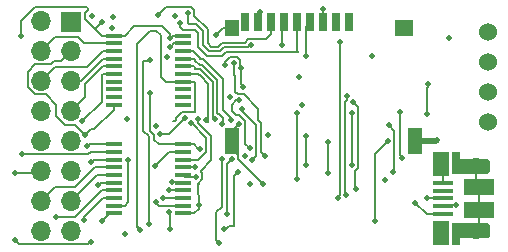
<source format=gbr>
G04 #@! TF.GenerationSoftware,KiCad,Pcbnew,5.1.5+dfsg1-2build2*
G04 #@! TF.CreationDate,2021-07-26T09:56:11+01:00*
G04 #@! TF.ProjectId,picopak,7069636f-7061-46b2-9e6b-696361645f70,rev?*
G04 #@! TF.SameCoordinates,Original*
G04 #@! TF.FileFunction,Copper,L1,Top*
G04 #@! TF.FilePolarity,Positive*
%FSLAX46Y46*%
G04 Gerber Fmt 4.6, Leading zero omitted, Abs format (unit mm)*
G04 Created by KiCad (PCBNEW 5.1.5+dfsg1-2build2) date 2021-07-26 09:56:11*
%MOMM*%
%LPD*%
G04 APERTURE LIST*
%ADD10R,1.450000X0.450000*%
%ADD11C,1.524000*%
%ADD12R,1.200000X2.200000*%
%ADD13R,1.600000X1.400000*%
%ADD14R,1.200000X1.400000*%
%ADD15R,0.700000X1.600000*%
%ADD16R,1.700000X1.700000*%
%ADD17O,1.700000X1.700000*%
%ADD18O,1.450000X1.050000*%
%ADD19R,0.700000X1.825000*%
%ADD20C,0.100000*%
%ADD21R,1.460000X2.000000*%
%ADD22R,1.750000X0.400000*%
%ADD23O,1.800000X1.300000*%
%ADD24R,2.500000X1.425000*%
%ADD25C,0.500000*%
%ADD26C,0.200000*%
%ADD27C,0.500000*%
G04 APERTURE END LIST*
D10*
X182550000Y-71875000D03*
X182550000Y-72525000D03*
X182550000Y-73175000D03*
X182550000Y-73825000D03*
X182550000Y-74475000D03*
X182550000Y-75125000D03*
X182550000Y-75775000D03*
X182550000Y-76425000D03*
X182550000Y-77075000D03*
X182550000Y-77725000D03*
X176650000Y-77725000D03*
X176650000Y-77075000D03*
X176650000Y-76425000D03*
X176650000Y-75775000D03*
X176650000Y-75125000D03*
X176650000Y-74475000D03*
X176650000Y-73825000D03*
X176650000Y-73175000D03*
X176650000Y-72525000D03*
X176650000Y-71875000D03*
D11*
X208300000Y-79145000D03*
X208300000Y-76605000D03*
X208300000Y-74065000D03*
X208300000Y-71525000D03*
D12*
X202150000Y-80800000D03*
X186650000Y-80800000D03*
D13*
X201250000Y-71200000D03*
D14*
X186650000Y-71200000D03*
D15*
X187800000Y-70700000D03*
X190000000Y-70700000D03*
X188900000Y-70700000D03*
X191100000Y-70700000D03*
X192200000Y-70700000D03*
X193300000Y-70700000D03*
X196600000Y-70700000D03*
X195500000Y-70700000D03*
X194400000Y-70700000D03*
D16*
X173050000Y-70700000D03*
D17*
X170510000Y-70620000D03*
X173050000Y-73160000D03*
X170510000Y-73160000D03*
X173050000Y-75700000D03*
X170510000Y-75700000D03*
X173050000Y-78240000D03*
X170510000Y-78240000D03*
X173050000Y-80780000D03*
X170510000Y-80780000D03*
X173050000Y-83320000D03*
X170510000Y-83320000D03*
X173050000Y-85860000D03*
X170510000Y-85860000D03*
X173050000Y-88400000D03*
X170510000Y-88400000D03*
D10*
X182550000Y-81075000D03*
X182550000Y-81725000D03*
X182550000Y-82375000D03*
X182550000Y-83025000D03*
X182550000Y-83675000D03*
X182550000Y-84325000D03*
X182550000Y-84975000D03*
X182550000Y-85625000D03*
X182550000Y-86275000D03*
X182550000Y-86925000D03*
X176650000Y-86925000D03*
X176650000Y-86275000D03*
X176650000Y-85625000D03*
X176650000Y-84975000D03*
X176650000Y-84325000D03*
X176650000Y-83675000D03*
X176650000Y-83025000D03*
X176650000Y-82375000D03*
X176650000Y-81725000D03*
X176650000Y-81075000D03*
D18*
X204320000Y-83225000D03*
D19*
X205650000Y-82662500D03*
G04 #@! TA.AperFunction,SMDPad,CuDef*
D20*
G36*
X208202917Y-82276853D02*
G01*
X208240271Y-82282394D01*
X208276902Y-82291569D01*
X208312457Y-82304291D01*
X208346593Y-82320437D01*
X208378983Y-82339850D01*
X208409315Y-82362346D01*
X208437295Y-82387705D01*
X208462654Y-82415685D01*
X208485150Y-82446017D01*
X208504563Y-82478407D01*
X208520709Y-82512543D01*
X208533431Y-82548098D01*
X208542606Y-82584729D01*
X208548147Y-82622083D01*
X208550000Y-82659800D01*
X208550000Y-83190200D01*
X208548147Y-83227917D01*
X208542606Y-83265271D01*
X208533431Y-83301902D01*
X208520709Y-83337457D01*
X208504563Y-83371593D01*
X208485150Y-83403983D01*
X208462654Y-83434315D01*
X208437295Y-83462295D01*
X208409315Y-83487654D01*
X208378983Y-83510150D01*
X208346593Y-83529563D01*
X208312457Y-83545709D01*
X208276902Y-83558431D01*
X208240271Y-83567606D01*
X208202917Y-83573147D01*
X208165200Y-83575000D01*
X205684800Y-83575000D01*
X205647083Y-83573147D01*
X205609729Y-83567606D01*
X205573098Y-83558431D01*
X205537543Y-83545709D01*
X205503407Y-83529563D01*
X205471017Y-83510150D01*
X205440685Y-83487654D01*
X205412705Y-83462295D01*
X205387346Y-83434315D01*
X205364850Y-83403983D01*
X205345437Y-83371593D01*
X205329291Y-83337457D01*
X205316569Y-83301902D01*
X205307394Y-83265271D01*
X205301853Y-83227917D01*
X205300000Y-83190200D01*
X205300000Y-82659800D01*
X205301853Y-82622083D01*
X205307394Y-82584729D01*
X205316569Y-82548098D01*
X205329291Y-82512543D01*
X205345437Y-82478407D01*
X205364850Y-82446017D01*
X205387346Y-82415685D01*
X205412705Y-82387705D01*
X205440685Y-82362346D01*
X205471017Y-82339850D01*
X205503407Y-82320437D01*
X205537543Y-82304291D01*
X205573098Y-82291569D01*
X205609729Y-82282394D01*
X205647083Y-82276853D01*
X205684800Y-82275000D01*
X208165200Y-82275000D01*
X208202917Y-82276853D01*
G37*
G04 #@! TD.AperFunction*
G04 #@! TA.AperFunction,SMDPad,CuDef*
G36*
X208202917Y-87726853D02*
G01*
X208240271Y-87732394D01*
X208276902Y-87741569D01*
X208312457Y-87754291D01*
X208346593Y-87770437D01*
X208378983Y-87789850D01*
X208409315Y-87812346D01*
X208437295Y-87837705D01*
X208462654Y-87865685D01*
X208485150Y-87896017D01*
X208504563Y-87928407D01*
X208520709Y-87962543D01*
X208533431Y-87998098D01*
X208542606Y-88034729D01*
X208548147Y-88072083D01*
X208550000Y-88109800D01*
X208550000Y-88640200D01*
X208548147Y-88677917D01*
X208542606Y-88715271D01*
X208533431Y-88751902D01*
X208520709Y-88787457D01*
X208504563Y-88821593D01*
X208485150Y-88853983D01*
X208462654Y-88884315D01*
X208437295Y-88912295D01*
X208409315Y-88937654D01*
X208378983Y-88960150D01*
X208346593Y-88979563D01*
X208312457Y-88995709D01*
X208276902Y-89008431D01*
X208240271Y-89017606D01*
X208202917Y-89023147D01*
X208165200Y-89025000D01*
X205684800Y-89025000D01*
X205647083Y-89023147D01*
X205609729Y-89017606D01*
X205573098Y-89008431D01*
X205537543Y-88995709D01*
X205503407Y-88979563D01*
X205471017Y-88960150D01*
X205440685Y-88937654D01*
X205412705Y-88912295D01*
X205387346Y-88884315D01*
X205364850Y-88853983D01*
X205345437Y-88821593D01*
X205329291Y-88787457D01*
X205316569Y-88751902D01*
X205307394Y-88715271D01*
X205301853Y-88677917D01*
X205300000Y-88640200D01*
X205300000Y-88109800D01*
X205301853Y-88072083D01*
X205307394Y-88034729D01*
X205316569Y-87998098D01*
X205329291Y-87962543D01*
X205345437Y-87928407D01*
X205364850Y-87896017D01*
X205387346Y-87865685D01*
X205412705Y-87837705D01*
X205440685Y-87812346D01*
X205471017Y-87789850D01*
X205503407Y-87770437D01*
X205537543Y-87754291D01*
X205573098Y-87741569D01*
X205609729Y-87732394D01*
X205647083Y-87726853D01*
X205684800Y-87725000D01*
X208165200Y-87725000D01*
X208202917Y-87726853D01*
G37*
G04 #@! TD.AperFunction*
D19*
X205650000Y-88637500D03*
D21*
X204320000Y-88550000D03*
X204320000Y-82750000D03*
D22*
X204525000Y-86950000D03*
X204525000Y-86300000D03*
X204525000Y-85650000D03*
X204525000Y-85000000D03*
X204525000Y-84350000D03*
D18*
X204320000Y-88075000D03*
D23*
X207350000Y-88375000D03*
X207350000Y-82925000D03*
D24*
X207600000Y-86612500D03*
X207600000Y-84687500D03*
D25*
X202200000Y-86000000D03*
X187600000Y-76200000D03*
X187400000Y-74600000D03*
X196928838Y-77504651D03*
X197200000Y-84850000D03*
X205623263Y-86240711D03*
X196400000Y-77000000D03*
X196350000Y-85400000D03*
X203200000Y-85600000D03*
X192200000Y-84000000D03*
X192200000Y-78400000D03*
X196800000Y-78400000D03*
X196800000Y-82800000D03*
X186800000Y-74200000D03*
X195800000Y-72400000D03*
X204000000Y-80700000D03*
X199600000Y-84100000D03*
X189300000Y-84400000D03*
X192300000Y-75400000D03*
X192600000Y-77700000D03*
X190900000Y-72699989D03*
X201250000Y-71200000D03*
X181400000Y-72800003D03*
X176500000Y-71199998D03*
X177600000Y-88625001D03*
X175691075Y-87529336D03*
X180150000Y-82900000D03*
X176600000Y-70300000D03*
X205000000Y-72100000D03*
X187223784Y-79329032D03*
X185300000Y-71800000D03*
X181800000Y-70200000D03*
X174249693Y-80279259D03*
X186535835Y-77083472D03*
X186100000Y-74349990D03*
X188200000Y-84400000D03*
X189700000Y-80300000D03*
X187750000Y-82023625D03*
X192900000Y-73600000D03*
X181400000Y-72100000D03*
X168800000Y-71900000D03*
X175700000Y-70700000D03*
X198500000Y-73600000D03*
X183954047Y-81430282D03*
X192900000Y-82800000D03*
X192900000Y-80345010D03*
X179726556Y-76695626D03*
X203200000Y-78500000D03*
X203300000Y-76000000D03*
X199961091Y-79461091D03*
X200300000Y-83400000D03*
X194800000Y-83500000D03*
X194804990Y-80895010D03*
X177800000Y-78900000D03*
X180267104Y-79500000D03*
X188150000Y-81391928D03*
X187292753Y-77350677D03*
X188318185Y-82432487D03*
X187511597Y-78081384D03*
X198800000Y-87600000D03*
X199850010Y-80800000D03*
X179600000Y-87800000D03*
X181200001Y-73700000D03*
X179700000Y-73900000D03*
X189500000Y-82050000D03*
X200900000Y-78300000D03*
X201100000Y-82200000D03*
X182922988Y-69950000D03*
X174800000Y-70200000D03*
X188300000Y-72699989D03*
X174400000Y-81200000D03*
X186000000Y-88200000D03*
X181400000Y-88200000D03*
X181374998Y-86825000D03*
X187200000Y-83385998D03*
X186650000Y-82350002D03*
X186250000Y-87000001D03*
X195600000Y-85600000D03*
X196600000Y-70700000D03*
X189000000Y-69900000D03*
X182300000Y-70800000D03*
X186564080Y-79000000D03*
X185781332Y-79315290D03*
X185190616Y-78939714D03*
X184495725Y-79024135D03*
X178900000Y-88325000D03*
X185600000Y-89425000D03*
X185831067Y-82302913D03*
X174007124Y-79125157D03*
X183203215Y-79302710D03*
X183547115Y-82958407D03*
X183605663Y-83794773D03*
X181554999Y-84260001D03*
X181361872Y-84932835D03*
X180800000Y-85600000D03*
X182668011Y-78851535D03*
X180612490Y-80200000D03*
X180193780Y-85950000D03*
X183840711Y-86175000D03*
X183800985Y-78938466D03*
X177900000Y-82400000D03*
X174150000Y-87500000D03*
X170510000Y-80780000D03*
X171800000Y-87200000D03*
X175300000Y-84500000D03*
X174700000Y-89300000D03*
X168300000Y-89200000D03*
X168300000Y-83500000D03*
X174700000Y-82600000D03*
X168900000Y-81900000D03*
X180400000Y-70100000D03*
X194400000Y-69600000D03*
X195504265Y-70689337D03*
D26*
X207600000Y-87700000D02*
X206925000Y-88375000D01*
X207600000Y-86612500D02*
X207600000Y-87700000D01*
X207350000Y-84437500D02*
X207600000Y-84687500D01*
X207350000Y-82925000D02*
X207350000Y-84437500D01*
X207600000Y-84687500D02*
X207600000Y-86612500D01*
X204525000Y-83430000D02*
X204320000Y-83225000D01*
X204525000Y-84350000D02*
X204525000Y-83430000D01*
X203150000Y-86950000D02*
X202200000Y-86000000D01*
X204525000Y-86950000D02*
X203150000Y-86950000D01*
X187400000Y-76000000D02*
X187600000Y-76200000D01*
X187400000Y-74600000D02*
X187400000Y-76000000D01*
X197350001Y-77925814D02*
X197350001Y-78664001D01*
X196928838Y-77504651D02*
X197350001Y-77925814D01*
X197350001Y-83064001D02*
X197064001Y-83350001D01*
X197350001Y-78664001D02*
X197350001Y-83064001D01*
X197064001Y-84714001D02*
X197200000Y-84850000D01*
X197064001Y-83350001D02*
X197064001Y-84714001D01*
X204584289Y-86240711D02*
X204525000Y-86300000D01*
X205623263Y-86240711D02*
X204584289Y-86240711D01*
X196249999Y-85299999D02*
X196350000Y-85400000D01*
X196249999Y-77503554D02*
X196249999Y-85299999D01*
X196400000Y-77353553D02*
X196249999Y-77503554D01*
X196400000Y-77000000D02*
X196400000Y-77353553D01*
X204475000Y-85600000D02*
X204525000Y-85650000D01*
X203200000Y-85600000D02*
X204475000Y-85600000D01*
X192200000Y-79000000D02*
X192200000Y-84000000D01*
X192200000Y-78400000D02*
X192200000Y-79000000D01*
X196800000Y-78400000D02*
X196800000Y-82800000D01*
X187664001Y-76800677D02*
X188900001Y-78036677D01*
X187135999Y-76800677D02*
X187664001Y-76800677D01*
X186936685Y-76601363D02*
X187135999Y-76800677D01*
X186936685Y-75298683D02*
X186936685Y-76601363D01*
X186800000Y-75161998D02*
X186936685Y-75298683D01*
X186800000Y-74200000D02*
X186800000Y-75161998D01*
D27*
X203900000Y-80800000D02*
X204000000Y-80700000D01*
X202150000Y-80800000D02*
X203900000Y-80800000D01*
D26*
X190900000Y-70900000D02*
X191100000Y-70700000D01*
X190900000Y-72699989D02*
X190900000Y-70900000D01*
X181513999Y-72800003D02*
X181400000Y-72800003D01*
X181789002Y-72525000D02*
X181513999Y-72800003D01*
X182550000Y-72525000D02*
X181789002Y-72525000D01*
X176295411Y-86925000D02*
X175691075Y-87529336D01*
X176650000Y-86925000D02*
X176295411Y-86925000D01*
X181325000Y-81725000D02*
X182550000Y-81725000D01*
X180150000Y-82900000D02*
X181325000Y-81725000D01*
X186650000Y-79902816D02*
X187223784Y-79329032D01*
X186650000Y-80800000D02*
X186650000Y-79902816D01*
X185900000Y-71200000D02*
X185300000Y-71800000D01*
X186650000Y-71200000D02*
X185900000Y-71200000D01*
X176650000Y-78150000D02*
X175000000Y-79800000D01*
X176650000Y-77725000D02*
X176650000Y-78150000D01*
X172507998Y-79400000D02*
X171800000Y-78692002D01*
X173372002Y-79400000D02*
X172507998Y-79400000D01*
X174249693Y-80277691D02*
X173372002Y-79400000D01*
X174249693Y-80279259D02*
X174249693Y-80277691D01*
X172200001Y-74009999D02*
X173050000Y-73160000D01*
X171334300Y-74310001D02*
X171634302Y-74009999D01*
X169957999Y-74310001D02*
X171334300Y-74310001D01*
X169359999Y-74908001D02*
X169957999Y-74310001D01*
X169359999Y-76252001D02*
X169359999Y-74908001D01*
X169957999Y-76850001D02*
X169359999Y-76252001D01*
X171634302Y-74009999D02*
X172200001Y-74009999D01*
X170950001Y-76850001D02*
X169957999Y-76850001D01*
X171800000Y-77700000D02*
X170950001Y-76850001D01*
X171800000Y-78692002D02*
X171800000Y-77700000D01*
X189050001Y-84150001D02*
X189300000Y-84400000D01*
X187199999Y-82299999D02*
X189050001Y-84150001D01*
X187199999Y-81999999D02*
X187199999Y-82299999D01*
X186650000Y-81450000D02*
X187199999Y-81999999D01*
X186650000Y-80800000D02*
X186650000Y-81450000D01*
X174728952Y-79800000D02*
X174249693Y-80279259D01*
X175000000Y-79800000D02*
X174728952Y-79800000D01*
X187350001Y-74550001D02*
X187400000Y-74600000D01*
X187350001Y-73935999D02*
X187350001Y-74550001D01*
X187064001Y-73649999D02*
X187350001Y-73935999D01*
X186535999Y-73649999D02*
X187064001Y-73649999D01*
X186100000Y-74085998D02*
X186535999Y-73649999D01*
X186100000Y-74349990D02*
X186100000Y-74085998D01*
X192900000Y-71100000D02*
X193300000Y-70700000D01*
X192900000Y-73600000D02*
X192900000Y-71100000D01*
X181625000Y-71875000D02*
X181400000Y-72100000D01*
X182550000Y-71875000D02*
X181625000Y-71875000D01*
X175660998Y-71875000D02*
X175725000Y-71875000D01*
X174249999Y-69935999D02*
X174249999Y-70464001D01*
X174500000Y-69685998D02*
X174249999Y-69935999D01*
X169957999Y-69469999D02*
X174369999Y-69469999D01*
X168800000Y-70627998D02*
X169957999Y-69469999D01*
X175725000Y-71875000D02*
X176650000Y-71875000D01*
X174500000Y-69600000D02*
X174500000Y-69685998D01*
X174369999Y-69469999D02*
X174500000Y-69600000D01*
X168800000Y-71900000D02*
X168800000Y-70627998D01*
X175092999Y-71307001D02*
X175700000Y-70700000D01*
X174249999Y-70464001D02*
X175092999Y-71307001D01*
X175092999Y-71307001D02*
X175660998Y-71875000D01*
X183474304Y-81075000D02*
X182550000Y-81075000D01*
X183829586Y-81430282D02*
X183474304Y-81075000D01*
X183954047Y-81430282D02*
X183829586Y-81430282D01*
X178400011Y-71049989D02*
X177575000Y-71875000D01*
X180703542Y-71049989D02*
X178400011Y-71049989D01*
X181400000Y-71746447D02*
X180703542Y-71049989D01*
X177575000Y-71875000D02*
X176650000Y-71875000D01*
X181400000Y-72100000D02*
X181400000Y-71746447D01*
X180475000Y-81075000D02*
X182550000Y-81075000D01*
X180062489Y-80295279D02*
X180062489Y-80662489D01*
X180062489Y-80662489D02*
X180475000Y-81075000D01*
X179717104Y-79949894D02*
X180062489Y-80295279D01*
X179717104Y-76695627D02*
X179717104Y-79949894D01*
X192900000Y-82800000D02*
X192900000Y-82446447D01*
X192900000Y-82446447D02*
X192900000Y-80345010D01*
X203200000Y-78500000D02*
X203200000Y-76300000D01*
X203300000Y-76200000D02*
X203300000Y-76000000D01*
X203200000Y-76300000D02*
X203300000Y-76200000D01*
X200400011Y-83299989D02*
X200300000Y-83400000D01*
X200400011Y-79900011D02*
X200400011Y-83299989D01*
X199961091Y-79461091D02*
X200400011Y-79900011D01*
X194800000Y-80900000D02*
X194804990Y-80895010D01*
X194800000Y-83500000D02*
X194800000Y-80900000D01*
X186686476Y-78262210D02*
X186972476Y-78548210D01*
X186686476Y-77710649D02*
X186686476Y-78262210D01*
X187046447Y-77350678D02*
X186686476Y-77710649D01*
X186972476Y-78548210D02*
X187220780Y-78548210D01*
X187220780Y-78548210D02*
X187800000Y-79127430D01*
X187800000Y-79127430D02*
X187800000Y-79400000D01*
X187800000Y-81041928D02*
X188150000Y-81391928D01*
X187800000Y-79400000D02*
X187800000Y-81041928D01*
X188700001Y-82050671D02*
X188318185Y-82432487D01*
X188700001Y-79461733D02*
X188700001Y-82050671D01*
X187511597Y-78273329D02*
X187511597Y-78081384D01*
X188700001Y-79461733D02*
X187511597Y-78273329D01*
X198800000Y-87600000D02*
X198800000Y-87246447D01*
X198800000Y-81850010D02*
X199850010Y-80800000D01*
X198800000Y-87246447D02*
X198800000Y-81850010D01*
X179167104Y-79965592D02*
X179600000Y-80398488D01*
X179600000Y-80398488D02*
X179600000Y-87800000D01*
X179167104Y-74007898D02*
X179167104Y-79965592D01*
X179592102Y-74007898D02*
X179167104Y-74007898D01*
X179700000Y-73900000D02*
X179592102Y-74007898D01*
X188900001Y-78036677D02*
X188900001Y-78999999D01*
X189149999Y-81699999D02*
X189500000Y-82050000D01*
X189149999Y-79249997D02*
X189149999Y-81699999D01*
X188900001Y-78999999D02*
X189149999Y-79249997D01*
X200900000Y-82000000D02*
X201100000Y-82200000D01*
X200900000Y-78300000D02*
X200900000Y-82000000D01*
X174400000Y-81200000D02*
X174525000Y-81075000D01*
X174525000Y-81075000D02*
X176650000Y-81075000D01*
X182922988Y-70760864D02*
X182922988Y-69950000D01*
X183630700Y-70900000D02*
X183062124Y-70900000D01*
X184200010Y-72671518D02*
X184200009Y-71469309D01*
X184728492Y-73200000D02*
X184200010Y-72671518D01*
X185634301Y-73200000D02*
X184728492Y-73200000D01*
X185984322Y-72849979D02*
X185634301Y-73200000D01*
X188050021Y-72849979D02*
X185984322Y-72849979D01*
X183062124Y-70900000D02*
X182922988Y-70760864D01*
X184200009Y-71469309D02*
X183630700Y-70900000D01*
X188200011Y-72699989D02*
X188050021Y-72849979D01*
X188300000Y-72699989D02*
X188200011Y-72699989D01*
X186849999Y-83735999D02*
X186849999Y-85249999D01*
X187000000Y-83585998D02*
X186849999Y-83735999D01*
X187000000Y-83553553D02*
X187000000Y-83585998D01*
X186800000Y-85299998D02*
X186800000Y-88000000D01*
X186849999Y-85249999D02*
X186800000Y-85299998D01*
X186800000Y-88000000D02*
X186400000Y-88000000D01*
X186200000Y-88200000D02*
X186000000Y-88200000D01*
X186400000Y-88000000D02*
X186200000Y-88200000D01*
X181400000Y-86850002D02*
X181374998Y-86825000D01*
X181400000Y-88200000D02*
X181400000Y-86850002D01*
X187000000Y-83585998D02*
X187200000Y-83385998D01*
X186250000Y-82750002D02*
X186250000Y-87000001D01*
X186650000Y-82350002D02*
X186250000Y-82750002D01*
X195800000Y-85400000D02*
X195600000Y-85600000D01*
X195800000Y-72400000D02*
X195800000Y-85400000D01*
X183515001Y-71349999D02*
X183800000Y-71634998D01*
X182496446Y-71349999D02*
X183515001Y-71349999D01*
X182300000Y-71153553D02*
X182496446Y-71349999D01*
X182300000Y-70800000D02*
X182300000Y-71153553D01*
X183800000Y-71634998D02*
X183800000Y-72837206D01*
X184562794Y-73600000D02*
X185800000Y-73600000D01*
X183800000Y-72837206D02*
X184562794Y-73600000D01*
X186150011Y-73249989D02*
X192250011Y-73249989D01*
X185800000Y-73600000D02*
X186150011Y-73249989D01*
X192200000Y-73199978D02*
X192200000Y-70700000D01*
X192250011Y-73249989D02*
X192200000Y-73199978D01*
X183975011Y-73759312D02*
X183975011Y-73809313D01*
X183390699Y-73175000D02*
X183975011Y-73759312D01*
X182550000Y-73175000D02*
X183390699Y-73175000D01*
X183975011Y-73809313D02*
X184206409Y-73809313D01*
X184206409Y-73809313D02*
X184322068Y-73924972D01*
X184322068Y-73924972D02*
X185648548Y-75251452D01*
X185648548Y-75251452D02*
X185900000Y-75502904D01*
X185900000Y-75502904D02*
X185900000Y-78200000D01*
X186564080Y-78864080D02*
X186564080Y-79178640D01*
X185900000Y-78200000D02*
X186564080Y-78864080D01*
X183575001Y-73975001D02*
X183575001Y-73925001D01*
X183924980Y-74324980D02*
X183575001Y-73975001D01*
X184156378Y-74324980D02*
X183924980Y-74324980D01*
X183475000Y-73825000D02*
X182550000Y-73825000D01*
X185426121Y-75594723D02*
X184156378Y-74324980D01*
X183575001Y-73925001D02*
X183475000Y-73825000D01*
X185426121Y-78426121D02*
X185426121Y-75594723D01*
X185460458Y-78460458D02*
X185426121Y-78426121D01*
X185900000Y-78800311D02*
X185560147Y-78460458D01*
X185900000Y-79196622D02*
X185900000Y-78800311D01*
X185560147Y-78460458D02*
X185460458Y-78460458D01*
X185781332Y-79315290D02*
X185900000Y-79196622D01*
X183475000Y-74475000D02*
X183575001Y-74575001D01*
X182550000Y-74475000D02*
X183475000Y-74475000D01*
X183990689Y-74724990D02*
X185026111Y-75760412D01*
X183624990Y-74724990D02*
X183990689Y-74724990D01*
X183575001Y-74675001D02*
X183624990Y-74724990D01*
X183575001Y-74575001D02*
X183575001Y-74675001D01*
X185026111Y-75760412D02*
X185026111Y-77526111D01*
X185026111Y-77526111D02*
X185026111Y-78800000D01*
X185085687Y-78800000D02*
X185296146Y-79010459D01*
X185026111Y-78800000D02*
X185085687Y-78800000D01*
X182550000Y-75125000D02*
X183825000Y-75125000D01*
X183825000Y-75125000D02*
X184000000Y-75300000D01*
X184626101Y-75926101D02*
X184626101Y-79213050D01*
X184000000Y-75300000D02*
X184626101Y-75926101D01*
X183575001Y-78324999D02*
X183550001Y-78349999D01*
X183575001Y-75875001D02*
X183575001Y-78324999D01*
X183475000Y-75775000D02*
X183575001Y-75875001D01*
X182550000Y-75775000D02*
X183475000Y-75775000D01*
X181900000Y-78805544D02*
X181900000Y-79000000D01*
X182404010Y-78301534D02*
X181900000Y-78805544D01*
X182932012Y-78301534D02*
X182404010Y-78301534D01*
X182980477Y-78349999D02*
X182932012Y-78301534D01*
X183550001Y-78349999D02*
X182980477Y-78349999D01*
X181800000Y-79100000D02*
X181700000Y-79100000D01*
X181900000Y-79000000D02*
X181800000Y-79100000D01*
X178674999Y-88099999D02*
X178900000Y-88325000D01*
X180264001Y-71449999D02*
X179735999Y-71449999D01*
X180650001Y-71835999D02*
X180650001Y-75350001D01*
X180264001Y-71449999D02*
X180650001Y-71835999D01*
X181075000Y-75775000D02*
X182550000Y-75775000D01*
X180650001Y-75350001D02*
X181075000Y-75775000D01*
X178650001Y-88075001D02*
X178900000Y-88325000D01*
X178650001Y-72535997D02*
X178650001Y-88075001D01*
X179735999Y-71449999D02*
X178650001Y-72535997D01*
X185831067Y-86357935D02*
X185831067Y-82302913D01*
X185350001Y-86839001D02*
X185831067Y-86357935D01*
X185350001Y-89175001D02*
X185350001Y-86839001D01*
X185600000Y-89425000D02*
X185350001Y-89175001D01*
X175624999Y-77507282D02*
X174007124Y-79125157D01*
X175624999Y-75225001D02*
X175624999Y-77507282D01*
X175725000Y-75125000D02*
X175624999Y-75225001D01*
X176650000Y-75125000D02*
X175725000Y-75125000D01*
X173899999Y-77390001D02*
X173050000Y-78240000D01*
X174200001Y-75999999D02*
X174200001Y-77089999D01*
X174200001Y-77089999D02*
X173899999Y-77390001D01*
X175725000Y-74475000D02*
X174200001Y-75999999D01*
X176650000Y-74475000D02*
X175725000Y-74475000D01*
X173850000Y-75700000D02*
X173050000Y-75700000D01*
X175725000Y-73825000D02*
X173850000Y-75700000D01*
X176650000Y-73825000D02*
X175725000Y-73825000D01*
X171359999Y-74850001D02*
X170510000Y-75700000D01*
X171660001Y-74549999D02*
X171359999Y-74850001D01*
X174350001Y-74549999D02*
X171660001Y-74549999D01*
X175725000Y-73175000D02*
X174350001Y-74549999D01*
X176650000Y-73175000D02*
X175725000Y-73175000D01*
X171359999Y-72310001D02*
X170510000Y-73160000D01*
X171660001Y-72009999D02*
X171359999Y-72310001D01*
X173602001Y-72009999D02*
X171660001Y-72009999D01*
X174117002Y-72525000D02*
X173602001Y-72009999D01*
X176650000Y-72525000D02*
X174117002Y-72525000D01*
X183475000Y-82375000D02*
X182550000Y-82375000D01*
X183823331Y-82375000D02*
X183475000Y-82375000D01*
X184504048Y-81694283D02*
X183823331Y-82375000D01*
X184504048Y-80504048D02*
X184504048Y-81694283D01*
X183300000Y-79300000D02*
X184504048Y-80504048D01*
X182616593Y-82958407D02*
X182550000Y-83025000D01*
X183547115Y-82958407D02*
X182616593Y-82958407D01*
X182669773Y-83794773D02*
X182550000Y-83675000D01*
X183605663Y-83794773D02*
X182669773Y-83794773D01*
X182485001Y-84260001D02*
X182550000Y-84325000D01*
X181554999Y-84260001D02*
X182485001Y-84260001D01*
X182507835Y-84932835D02*
X182550000Y-84975000D01*
X181361872Y-84932835D02*
X182507835Y-84932835D01*
X182525000Y-85600000D02*
X182550000Y-85625000D01*
X180800000Y-85600000D02*
X182525000Y-85600000D01*
X181319546Y-80200000D02*
X180612490Y-80200000D01*
X182668011Y-78851535D02*
X181319546Y-80200000D01*
X180193780Y-85950000D02*
X180518780Y-86275000D01*
X181875000Y-86275000D02*
X182550000Y-86275000D01*
X180518780Y-86275000D02*
X181875000Y-86275000D01*
X183475000Y-86925000D02*
X182550000Y-86925000D01*
X183840711Y-86559289D02*
X183475000Y-86925000D01*
X183840711Y-86175000D02*
X183840711Y-86559289D01*
X183800000Y-84400000D02*
X183840711Y-86175000D01*
X183840711Y-84459289D02*
X183800000Y-84400000D01*
X183800985Y-79235287D02*
X183800985Y-78938466D01*
X184019524Y-83300000D02*
X184904058Y-82415466D01*
X184019524Y-83394632D02*
X184019524Y-83300000D01*
X184904058Y-80338359D02*
X183800985Y-79235287D01*
X184155664Y-83530772D02*
X184019524Y-83394632D01*
X184904058Y-82415466D02*
X184904058Y-80338359D01*
X184155664Y-84044336D02*
X184155664Y-83530772D01*
X183800000Y-84400000D02*
X184155664Y-84044336D01*
X177900000Y-85950000D02*
X177900000Y-82400000D01*
X177575000Y-86275000D02*
X177900000Y-85950000D01*
X176650000Y-86275000D02*
X177575000Y-86275000D01*
X174150000Y-87200000D02*
X174150000Y-87500000D01*
X175725000Y-85625000D02*
X174150000Y-87200000D01*
X176650000Y-85625000D02*
X175725000Y-85625000D01*
X173414002Y-87200000D02*
X171800000Y-87200000D01*
X175639002Y-84975000D02*
X173414002Y-87200000D01*
X176650000Y-84975000D02*
X175639002Y-84975000D01*
X175475000Y-84325000D02*
X175300000Y-84500000D01*
X176650000Y-84325000D02*
X175475000Y-84325000D01*
X168650001Y-89550001D02*
X168300000Y-89200000D01*
X174449999Y-89550001D02*
X168650001Y-89550001D01*
X174700000Y-89300000D02*
X174449999Y-89550001D01*
X170330000Y-83500000D02*
X170510000Y-83320000D01*
X168300000Y-83500000D02*
X170330000Y-83500000D01*
X175235000Y-83675000D02*
X173050000Y-85860000D01*
X176650000Y-83675000D02*
X175235000Y-83675000D01*
X171359999Y-85010001D02*
X170510000Y-85860000D01*
X171660001Y-84709999D02*
X171359999Y-85010001D01*
X173404003Y-84709999D02*
X171660001Y-84709999D01*
X175089002Y-83025000D02*
X173404003Y-84709999D01*
X176650000Y-83025000D02*
X175089002Y-83025000D01*
X174925000Y-82375000D02*
X174700000Y-82600000D01*
X176650000Y-82375000D02*
X174925000Y-82375000D01*
X168930001Y-81930001D02*
X168900000Y-81900000D01*
X174484001Y-81930001D02*
X168930001Y-81930001D01*
X174689002Y-81725000D02*
X174484001Y-81930001D01*
X176650000Y-81725000D02*
X174689002Y-81725000D01*
X181100001Y-69399999D02*
X180400000Y-70100000D01*
X183186989Y-69399999D02*
X181100001Y-69399999D01*
X190000000Y-70700000D02*
X190000000Y-71700000D01*
X190000000Y-71700000D02*
X189700000Y-72000000D01*
X189700000Y-72000000D02*
X189699976Y-72000000D01*
X184600018Y-72500018D02*
X184600018Y-71303621D01*
X183472989Y-69685999D02*
X183186989Y-69399999D01*
X189699976Y-72000000D02*
X189549988Y-72149988D01*
X189549988Y-72149988D02*
X188035999Y-72149988D01*
X188035999Y-72149988D02*
X187736018Y-72449969D01*
X185818633Y-72449969D02*
X185468613Y-72799990D01*
X187736018Y-72449969D02*
X185818633Y-72449969D01*
X185468613Y-72799990D02*
X184899990Y-72799990D01*
X184899990Y-72799990D02*
X184600018Y-72500018D01*
X183472989Y-70176592D02*
X184600018Y-71303621D01*
X183472989Y-69685999D02*
X183472989Y-70176592D01*
X194400000Y-69600000D02*
X194400000Y-70700000D01*
M02*

</source>
